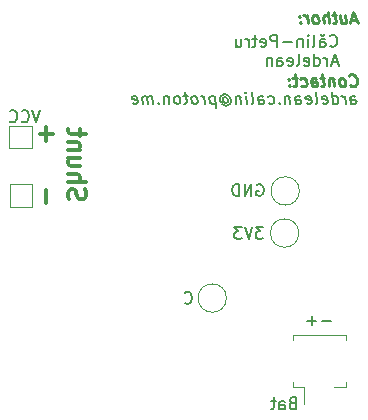
<source format=gbo>
G04 #@! TF.GenerationSoftware,KiCad,Pcbnew,6.0.5-a6ca702e91~116~ubuntu20.04.1*
G04 #@! TF.CreationDate,2022-07-01T20:22:11+00:00*
G04 #@! TF.ProjectId,PlantBuddy,506c616e-7442-4756-9464-792e6b696361,rev?*
G04 #@! TF.SameCoordinates,Original*
G04 #@! TF.FileFunction,Legend,Bot*
G04 #@! TF.FilePolarity,Positive*
%FSLAX46Y46*%
G04 Gerber Fmt 4.6, Leading zero omitted, Abs format (unit mm)*
G04 Created by KiCad (PCBNEW 6.0.5-a6ca702e91~116~ubuntu20.04.1) date 2022-07-01 20:22:11*
%MOMM*%
%LPD*%
G01*
G04 APERTURE LIST*
%ADD10C,0.150000*%
%ADD11C,0.240000*%
%ADD12C,0.300000*%
%ADD13C,0.120000*%
G04 APERTURE END LIST*
D10*
X147525746Y-73209742D02*
X147382889Y-73257361D01*
X147335270Y-73304980D01*
X147287651Y-73400218D01*
X147287651Y-73543075D01*
X147335270Y-73638313D01*
X147382889Y-73685932D01*
X147478127Y-73733551D01*
X147859080Y-73733551D01*
X147859080Y-72733551D01*
X147525746Y-72733551D01*
X147430508Y-72781171D01*
X147382889Y-72828790D01*
X147335270Y-72924028D01*
X147335270Y-73019266D01*
X147382889Y-73114504D01*
X147430508Y-73162123D01*
X147525746Y-73209742D01*
X147859080Y-73209742D01*
X146430508Y-73733551D02*
X146430508Y-73209742D01*
X146478127Y-73114504D01*
X146573365Y-73066885D01*
X146763841Y-73066885D01*
X146859080Y-73114504D01*
X146430508Y-73685932D02*
X146525746Y-73733551D01*
X146763841Y-73733551D01*
X146859080Y-73685932D01*
X146906699Y-73590694D01*
X146906699Y-73495456D01*
X146859080Y-73400218D01*
X146763841Y-73352599D01*
X146525746Y-73352599D01*
X146430508Y-73304980D01*
X146097175Y-73066885D02*
X145716222Y-73066885D01*
X145954318Y-72733551D02*
X145954318Y-73590694D01*
X145906699Y-73685932D01*
X145811460Y-73733551D01*
X145716222Y-73733551D01*
D11*
X152407562Y-46298313D02*
X152461133Y-46345932D01*
X152609943Y-46393551D01*
X152705181Y-46393551D01*
X152842085Y-46345932D01*
X152925419Y-46250694D01*
X152961133Y-46155456D01*
X152984943Y-45964980D01*
X152967085Y-45822123D01*
X152895657Y-45631647D01*
X152836133Y-45536409D01*
X152728990Y-45441171D01*
X152580181Y-45393551D01*
X152484943Y-45393551D01*
X152348038Y-45441171D01*
X152306371Y-45488790D01*
X151848038Y-46393551D02*
X151937324Y-46345932D01*
X151978990Y-46298313D01*
X152014705Y-46203075D01*
X151978990Y-45917361D01*
X151919466Y-45822123D01*
X151865895Y-45774504D01*
X151764705Y-45726885D01*
X151621847Y-45726885D01*
X151532562Y-45774504D01*
X151490895Y-45822123D01*
X151455181Y-45917361D01*
X151490895Y-46203075D01*
X151550419Y-46298313D01*
X151603990Y-46345932D01*
X151705181Y-46393551D01*
X151848038Y-46393551D01*
X151002800Y-45726885D02*
X151086133Y-46393551D01*
X151014705Y-45822123D02*
X150961133Y-45774504D01*
X150859943Y-45726885D01*
X150717085Y-45726885D01*
X150627800Y-45774504D01*
X150592085Y-45869742D01*
X150657562Y-46393551D01*
X150240895Y-45726885D02*
X149859943Y-45726885D01*
X150056371Y-45393551D02*
X150163514Y-46250694D01*
X150127800Y-46345932D01*
X150038514Y-46393551D01*
X149943276Y-46393551D01*
X149181371Y-46393551D02*
X149115895Y-45869742D01*
X149151609Y-45774504D01*
X149240895Y-45726885D01*
X149431371Y-45726885D01*
X149532562Y-45774504D01*
X149175419Y-46345932D02*
X149276609Y-46393551D01*
X149514705Y-46393551D01*
X149603990Y-46345932D01*
X149639705Y-46250694D01*
X149627800Y-46155456D01*
X149568276Y-46060218D01*
X149467085Y-46012599D01*
X149228990Y-46012599D01*
X149127800Y-45964980D01*
X148270657Y-46345932D02*
X148371847Y-46393551D01*
X148562324Y-46393551D01*
X148651609Y-46345932D01*
X148693276Y-46298313D01*
X148728990Y-46203075D01*
X148693276Y-45917361D01*
X148633752Y-45822123D01*
X148580181Y-45774504D01*
X148478990Y-45726885D01*
X148288514Y-45726885D01*
X148199228Y-45774504D01*
X147907562Y-45726885D02*
X147526609Y-45726885D01*
X147723038Y-45393551D02*
X147830181Y-46250694D01*
X147794466Y-46345932D01*
X147705181Y-46393551D01*
X147609943Y-46393551D01*
X147264705Y-46298313D02*
X147223038Y-46345932D01*
X147276609Y-46393551D01*
X147318276Y-46345932D01*
X147264705Y-46298313D01*
X147276609Y-46393551D01*
X147199228Y-45774504D02*
X147157562Y-45822123D01*
X147211133Y-45869742D01*
X147252800Y-45822123D01*
X147199228Y-45774504D01*
X147211133Y-45869742D01*
D10*
X152497562Y-47903551D02*
X152432085Y-47379742D01*
X152467800Y-47284504D01*
X152557085Y-47236885D01*
X152747562Y-47236885D01*
X152848752Y-47284504D01*
X152491609Y-47855932D02*
X152592800Y-47903551D01*
X152830895Y-47903551D01*
X152920181Y-47855932D01*
X152955895Y-47760694D01*
X152943990Y-47665456D01*
X152884466Y-47570218D01*
X152783276Y-47522599D01*
X152545181Y-47522599D01*
X152443990Y-47474980D01*
X152021371Y-47903551D02*
X151938038Y-47236885D01*
X151961847Y-47427361D02*
X151902324Y-47332123D01*
X151848752Y-47284504D01*
X151747562Y-47236885D01*
X151652324Y-47236885D01*
X150973752Y-47903551D02*
X150848752Y-46903551D01*
X150967800Y-47855932D02*
X151068990Y-47903551D01*
X151259466Y-47903551D01*
X151348752Y-47855932D01*
X151390419Y-47808313D01*
X151426133Y-47713075D01*
X151390419Y-47427361D01*
X151330895Y-47332123D01*
X151277324Y-47284504D01*
X151176133Y-47236885D01*
X150985657Y-47236885D01*
X150896371Y-47284504D01*
X150110657Y-47855932D02*
X150211847Y-47903551D01*
X150402324Y-47903551D01*
X150491609Y-47855932D01*
X150527324Y-47760694D01*
X150479705Y-47379742D01*
X150420181Y-47284504D01*
X150318990Y-47236885D01*
X150128514Y-47236885D01*
X150039228Y-47284504D01*
X150003514Y-47379742D01*
X150015419Y-47474980D01*
X150503514Y-47570218D01*
X149497562Y-47903551D02*
X149586847Y-47855932D01*
X149622562Y-47760694D01*
X149515419Y-46903551D01*
X148729705Y-47855932D02*
X148830895Y-47903551D01*
X149021371Y-47903551D01*
X149110657Y-47855932D01*
X149146371Y-47760694D01*
X149098752Y-47379742D01*
X149039228Y-47284504D01*
X148938038Y-47236885D01*
X148747562Y-47236885D01*
X148658276Y-47284504D01*
X148622562Y-47379742D01*
X148634466Y-47474980D01*
X149122562Y-47570218D01*
X147830895Y-47903551D02*
X147765419Y-47379742D01*
X147801133Y-47284504D01*
X147890419Y-47236885D01*
X148080895Y-47236885D01*
X148182085Y-47284504D01*
X147824943Y-47855932D02*
X147926133Y-47903551D01*
X148164228Y-47903551D01*
X148253514Y-47855932D01*
X148289228Y-47760694D01*
X148277324Y-47665456D01*
X148217800Y-47570218D01*
X148116609Y-47522599D01*
X147878514Y-47522599D01*
X147777324Y-47474980D01*
X147271371Y-47236885D02*
X147354705Y-47903551D01*
X147283276Y-47332123D02*
X147229705Y-47284504D01*
X147128514Y-47236885D01*
X146985657Y-47236885D01*
X146896371Y-47284504D01*
X146860657Y-47379742D01*
X146926133Y-47903551D01*
X146438038Y-47808313D02*
X146396371Y-47855932D01*
X146449943Y-47903551D01*
X146491609Y-47855932D01*
X146438038Y-47808313D01*
X146449943Y-47903551D01*
X145539228Y-47855932D02*
X145640419Y-47903551D01*
X145830895Y-47903551D01*
X145920181Y-47855932D01*
X145961847Y-47808313D01*
X145997562Y-47713075D01*
X145961847Y-47427361D01*
X145902324Y-47332123D01*
X145848752Y-47284504D01*
X145747562Y-47236885D01*
X145557085Y-47236885D01*
X145467800Y-47284504D01*
X144688038Y-47903551D02*
X144622562Y-47379742D01*
X144658276Y-47284504D01*
X144747562Y-47236885D01*
X144938038Y-47236885D01*
X145039228Y-47284504D01*
X144682085Y-47855932D02*
X144783276Y-47903551D01*
X145021371Y-47903551D01*
X145110657Y-47855932D01*
X145146371Y-47760694D01*
X145134466Y-47665456D01*
X145074943Y-47570218D01*
X144973752Y-47522599D01*
X144735657Y-47522599D01*
X144634466Y-47474980D01*
X144068990Y-47903551D02*
X144158276Y-47855932D01*
X144193990Y-47760694D01*
X144086847Y-46903551D01*
X143688038Y-47903551D02*
X143604705Y-47236885D01*
X143563038Y-46903551D02*
X143616609Y-46951171D01*
X143574943Y-46998790D01*
X143521371Y-46951171D01*
X143563038Y-46903551D01*
X143574943Y-46998790D01*
X143128514Y-47236885D02*
X143211847Y-47903551D01*
X143140419Y-47332123D02*
X143086847Y-47284504D01*
X142985657Y-47236885D01*
X142842800Y-47236885D01*
X142753514Y-47284504D01*
X142717800Y-47379742D01*
X142783276Y-47903551D01*
X141628514Y-47427361D02*
X141670181Y-47379742D01*
X141759466Y-47332123D01*
X141854705Y-47332123D01*
X141955895Y-47379742D01*
X142009466Y-47427361D01*
X142068990Y-47522599D01*
X142080895Y-47617837D01*
X142045181Y-47713075D01*
X142003514Y-47760694D01*
X141914228Y-47808313D01*
X141818990Y-47808313D01*
X141717800Y-47760694D01*
X141664228Y-47713075D01*
X141616609Y-47332123D02*
X141664228Y-47713075D01*
X141622562Y-47760694D01*
X141574943Y-47760694D01*
X141473752Y-47713075D01*
X141414228Y-47617837D01*
X141384466Y-47379742D01*
X141461847Y-47236885D01*
X141592800Y-47141647D01*
X141777324Y-47094028D01*
X141973752Y-47141647D01*
X142128514Y-47236885D01*
X142241609Y-47379742D01*
X142313038Y-47570218D01*
X142289228Y-47760694D01*
X142211847Y-47903551D01*
X142080895Y-47998790D01*
X141896371Y-48046409D01*
X141699943Y-47998790D01*
X141545181Y-47903551D01*
X140938038Y-47236885D02*
X141063038Y-48236885D01*
X140943990Y-47284504D02*
X140842800Y-47236885D01*
X140652324Y-47236885D01*
X140563038Y-47284504D01*
X140521371Y-47332123D01*
X140485657Y-47427361D01*
X140521371Y-47713075D01*
X140580895Y-47808313D01*
X140634466Y-47855932D01*
X140735657Y-47903551D01*
X140926133Y-47903551D01*
X141015419Y-47855932D01*
X140116609Y-47903551D02*
X140033276Y-47236885D01*
X140057085Y-47427361D02*
X139997562Y-47332123D01*
X139943990Y-47284504D01*
X139842800Y-47236885D01*
X139747562Y-47236885D01*
X139354705Y-47903551D02*
X139443990Y-47855932D01*
X139485657Y-47808313D01*
X139521371Y-47713075D01*
X139485657Y-47427361D01*
X139426133Y-47332123D01*
X139372562Y-47284504D01*
X139271371Y-47236885D01*
X139128514Y-47236885D01*
X139039228Y-47284504D01*
X138997562Y-47332123D01*
X138961847Y-47427361D01*
X138997562Y-47713075D01*
X139057085Y-47808313D01*
X139110657Y-47855932D01*
X139211847Y-47903551D01*
X139354705Y-47903551D01*
X138652324Y-47236885D02*
X138271371Y-47236885D01*
X138467800Y-46903551D02*
X138574943Y-47760694D01*
X138539228Y-47855932D01*
X138449943Y-47903551D01*
X138354705Y-47903551D01*
X137878514Y-47903551D02*
X137967800Y-47855932D01*
X138009466Y-47808313D01*
X138045181Y-47713075D01*
X138009466Y-47427361D01*
X137949943Y-47332123D01*
X137896371Y-47284504D01*
X137795181Y-47236885D01*
X137652324Y-47236885D01*
X137563038Y-47284504D01*
X137521371Y-47332123D01*
X137485657Y-47427361D01*
X137521371Y-47713075D01*
X137580895Y-47808313D01*
X137634466Y-47855932D01*
X137735657Y-47903551D01*
X137878514Y-47903551D01*
X137033276Y-47236885D02*
X137116609Y-47903551D01*
X137045181Y-47332123D02*
X136991609Y-47284504D01*
X136890419Y-47236885D01*
X136747562Y-47236885D01*
X136658276Y-47284504D01*
X136622562Y-47379742D01*
X136688038Y-47903551D01*
X136199943Y-47808313D02*
X136158276Y-47855932D01*
X136211847Y-47903551D01*
X136253514Y-47855932D01*
X136199943Y-47808313D01*
X136211847Y-47903551D01*
X135735657Y-47903551D02*
X135652324Y-47236885D01*
X135664228Y-47332123D02*
X135610657Y-47284504D01*
X135509466Y-47236885D01*
X135366609Y-47236885D01*
X135277324Y-47284504D01*
X135241609Y-47379742D01*
X135307085Y-47903551D01*
X135241609Y-47379742D02*
X135182085Y-47284504D01*
X135080895Y-47236885D01*
X134938038Y-47236885D01*
X134848752Y-47284504D01*
X134813038Y-47379742D01*
X134878514Y-47903551D01*
X134015419Y-47855932D02*
X134116609Y-47903551D01*
X134307085Y-47903551D01*
X134396371Y-47855932D01*
X134432085Y-47760694D01*
X134384466Y-47379742D01*
X134324943Y-47284504D01*
X134223752Y-47236885D01*
X134033276Y-47236885D01*
X133943990Y-47284504D01*
X133908276Y-47379742D01*
X133920181Y-47474980D01*
X134408276Y-47570218D01*
X144520984Y-54731171D02*
X144616222Y-54683551D01*
X144759080Y-54683551D01*
X144901937Y-54731171D01*
X144997175Y-54826409D01*
X145044794Y-54921647D01*
X145092413Y-55112123D01*
X145092413Y-55254980D01*
X145044794Y-55445456D01*
X144997175Y-55540694D01*
X144901937Y-55635932D01*
X144759080Y-55683551D01*
X144663841Y-55683551D01*
X144520984Y-55635932D01*
X144473365Y-55588313D01*
X144473365Y-55254980D01*
X144663841Y-55254980D01*
X144044794Y-55683551D02*
X144044794Y-54683551D01*
X143473365Y-55683551D01*
X143473365Y-54683551D01*
X142997175Y-55683551D02*
X142997175Y-54683551D01*
X142759080Y-54683551D01*
X142616222Y-54731171D01*
X142520984Y-54826409D01*
X142473365Y-54921647D01*
X142425746Y-55112123D01*
X142425746Y-55254980D01*
X142473365Y-55445456D01*
X142520984Y-55540694D01*
X142616222Y-55635932D01*
X142759080Y-55683551D01*
X142997175Y-55683551D01*
X150712056Y-42953313D02*
X150759675Y-43000932D01*
X150902532Y-43048551D01*
X150997770Y-43048551D01*
X151140627Y-43000932D01*
X151235865Y-42905694D01*
X151283484Y-42810456D01*
X151331103Y-42619980D01*
X151331103Y-42477123D01*
X151283484Y-42286647D01*
X151235865Y-42191409D01*
X151140627Y-42096171D01*
X150997770Y-42048551D01*
X150902532Y-42048551D01*
X150759675Y-42096171D01*
X150712056Y-42143790D01*
X149854913Y-43048551D02*
X149854913Y-42524742D01*
X149902532Y-42429504D01*
X149997770Y-42381885D01*
X150188246Y-42381885D01*
X150283484Y-42429504D01*
X149854913Y-43000932D02*
X149950151Y-43048551D01*
X150188246Y-43048551D01*
X150283484Y-43000932D01*
X150331103Y-42905694D01*
X150331103Y-42810456D01*
X150283484Y-42715218D01*
X150188246Y-42667599D01*
X149950151Y-42667599D01*
X149854913Y-42619980D01*
X150283484Y-42000932D02*
X150235865Y-42096171D01*
X150140627Y-42143790D01*
X150045389Y-42143790D01*
X149950151Y-42096171D01*
X149902532Y-42000932D01*
X149235865Y-43048551D02*
X149331103Y-43000932D01*
X149378722Y-42905694D01*
X149378722Y-42048551D01*
X148854913Y-43048551D02*
X148854913Y-42381885D01*
X148854913Y-42048551D02*
X148902532Y-42096171D01*
X148854913Y-42143790D01*
X148807294Y-42096171D01*
X148854913Y-42048551D01*
X148854913Y-42143790D01*
X148378722Y-42381885D02*
X148378722Y-43048551D01*
X148378722Y-42477123D02*
X148331103Y-42429504D01*
X148235865Y-42381885D01*
X148093008Y-42381885D01*
X147997770Y-42429504D01*
X147950151Y-42524742D01*
X147950151Y-43048551D01*
X147473960Y-42667599D02*
X146712056Y-42667599D01*
X146235865Y-43048551D02*
X146235865Y-42048551D01*
X145854913Y-42048551D01*
X145759675Y-42096171D01*
X145712056Y-42143790D01*
X145664437Y-42239028D01*
X145664437Y-42381885D01*
X145712056Y-42477123D01*
X145759675Y-42524742D01*
X145854913Y-42572361D01*
X146235865Y-42572361D01*
X144854913Y-43000932D02*
X144950151Y-43048551D01*
X145140627Y-43048551D01*
X145235865Y-43000932D01*
X145283484Y-42905694D01*
X145283484Y-42524742D01*
X145235865Y-42429504D01*
X145140627Y-42381885D01*
X144950151Y-42381885D01*
X144854913Y-42429504D01*
X144807294Y-42524742D01*
X144807294Y-42619980D01*
X145283484Y-42715218D01*
X144521580Y-42381885D02*
X144140627Y-42381885D01*
X144378722Y-42048551D02*
X144378722Y-42905694D01*
X144331103Y-43000932D01*
X144235865Y-43048551D01*
X144140627Y-43048551D01*
X143807294Y-43048551D02*
X143807294Y-42381885D01*
X143807294Y-42572361D02*
X143759675Y-42477123D01*
X143712056Y-42429504D01*
X143616818Y-42381885D01*
X143521580Y-42381885D01*
X142759675Y-42381885D02*
X142759675Y-43048551D01*
X143188246Y-42381885D02*
X143188246Y-42905694D01*
X143140627Y-43000932D01*
X143045389Y-43048551D01*
X142902532Y-43048551D01*
X142807294Y-43000932D01*
X142759675Y-42953313D01*
X151331103Y-44372837D02*
X150854913Y-44372837D01*
X151426341Y-44658551D02*
X151093008Y-43658551D01*
X150759675Y-44658551D01*
X150426341Y-44658551D02*
X150426341Y-43991885D01*
X150426341Y-44182361D02*
X150378722Y-44087123D01*
X150331103Y-44039504D01*
X150235865Y-43991885D01*
X150140627Y-43991885D01*
X149378722Y-44658551D02*
X149378722Y-43658551D01*
X149378722Y-44610932D02*
X149473960Y-44658551D01*
X149664437Y-44658551D01*
X149759675Y-44610932D01*
X149807294Y-44563313D01*
X149854913Y-44468075D01*
X149854913Y-44182361D01*
X149807294Y-44087123D01*
X149759675Y-44039504D01*
X149664437Y-43991885D01*
X149473960Y-43991885D01*
X149378722Y-44039504D01*
X148521580Y-44610932D02*
X148616818Y-44658551D01*
X148807294Y-44658551D01*
X148902532Y-44610932D01*
X148950151Y-44515694D01*
X148950151Y-44134742D01*
X148902532Y-44039504D01*
X148807294Y-43991885D01*
X148616818Y-43991885D01*
X148521580Y-44039504D01*
X148473960Y-44134742D01*
X148473960Y-44229980D01*
X148950151Y-44325218D01*
X147902532Y-44658551D02*
X147997770Y-44610932D01*
X148045389Y-44515694D01*
X148045389Y-43658551D01*
X147140627Y-44610932D02*
X147235865Y-44658551D01*
X147426341Y-44658551D01*
X147521580Y-44610932D01*
X147569199Y-44515694D01*
X147569199Y-44134742D01*
X147521580Y-44039504D01*
X147426341Y-43991885D01*
X147235865Y-43991885D01*
X147140627Y-44039504D01*
X147093008Y-44134742D01*
X147093008Y-44229980D01*
X147569199Y-44325218D01*
X146235865Y-44658551D02*
X146235865Y-44134742D01*
X146283484Y-44039504D01*
X146378722Y-43991885D01*
X146569199Y-43991885D01*
X146664437Y-44039504D01*
X146235865Y-44610932D02*
X146331103Y-44658551D01*
X146569199Y-44658551D01*
X146664437Y-44610932D01*
X146712056Y-44515694D01*
X146712056Y-44420456D01*
X146664437Y-44325218D01*
X146569199Y-44277599D01*
X146331103Y-44277599D01*
X146235865Y-44229980D01*
X145759675Y-43991885D02*
X145759675Y-44658551D01*
X145759675Y-44087123D02*
X145712056Y-44039504D01*
X145616818Y-43991885D01*
X145473960Y-43991885D01*
X145378722Y-44039504D01*
X145331103Y-44134742D01*
X145331103Y-44658551D01*
X148793080Y-66264742D02*
X149554984Y-66264742D01*
X149174032Y-65883790D02*
X149174032Y-66645694D01*
X150031175Y-66264742D02*
X150793080Y-66264742D01*
D11*
X152970937Y-40787837D02*
X152494746Y-40787837D01*
X153101889Y-41073551D02*
X152643556Y-40073551D01*
X152435222Y-41073551D01*
X151589984Y-40406885D02*
X151673318Y-41073551D01*
X152018556Y-40406885D02*
X152084032Y-40930694D01*
X152048318Y-41025932D01*
X151959032Y-41073551D01*
X151816175Y-41073551D01*
X151714984Y-41025932D01*
X151661413Y-40978313D01*
X151256651Y-40406885D02*
X150875699Y-40406885D01*
X151072127Y-40073551D02*
X151179270Y-40930694D01*
X151143556Y-41025932D01*
X151054270Y-41073551D01*
X150959032Y-41073551D01*
X150625699Y-41073551D02*
X150500699Y-40073551D01*
X150197127Y-41073551D02*
X150131651Y-40549742D01*
X150167365Y-40454504D01*
X150256651Y-40406885D01*
X150399508Y-40406885D01*
X150500699Y-40454504D01*
X150554270Y-40502123D01*
X149578080Y-41073551D02*
X149667365Y-41025932D01*
X149709032Y-40978313D01*
X149744746Y-40883075D01*
X149709032Y-40597361D01*
X149649508Y-40502123D01*
X149595937Y-40454504D01*
X149494746Y-40406885D01*
X149351889Y-40406885D01*
X149262603Y-40454504D01*
X149220937Y-40502123D01*
X149185222Y-40597361D01*
X149220937Y-40883075D01*
X149280460Y-40978313D01*
X149334032Y-41025932D01*
X149435222Y-41073551D01*
X149578080Y-41073551D01*
X148816175Y-41073551D02*
X148732841Y-40406885D01*
X148756651Y-40597361D02*
X148697127Y-40502123D01*
X148643556Y-40454504D01*
X148542365Y-40406885D01*
X148447127Y-40406885D01*
X148185222Y-40978313D02*
X148143556Y-41025932D01*
X148197127Y-41073551D01*
X148238794Y-41025932D01*
X148185222Y-40978313D01*
X148197127Y-41073551D01*
X148119746Y-40454504D02*
X148078080Y-40502123D01*
X148131651Y-40549742D01*
X148173318Y-40502123D01*
X148119746Y-40454504D01*
X148131651Y-40549742D01*
D10*
X138389556Y-64708313D02*
X138437175Y-64755932D01*
X138580032Y-64803551D01*
X138675270Y-64803551D01*
X138818127Y-64755932D01*
X138913365Y-64660694D01*
X138960984Y-64565456D01*
X139008603Y-64374980D01*
X139008603Y-64232123D01*
X138960984Y-64041647D01*
X138913365Y-63946409D01*
X138818127Y-63851171D01*
X138675270Y-63803551D01*
X138580032Y-63803551D01*
X138437175Y-63851171D01*
X138389556Y-63898790D01*
X126172413Y-48433551D02*
X125839080Y-49433551D01*
X125505746Y-48433551D01*
X124600984Y-49338313D02*
X124648603Y-49385932D01*
X124791460Y-49433551D01*
X124886699Y-49433551D01*
X125029556Y-49385932D01*
X125124794Y-49290694D01*
X125172413Y-49195456D01*
X125220032Y-49004980D01*
X125220032Y-48862123D01*
X125172413Y-48671647D01*
X125124794Y-48576409D01*
X125029556Y-48481171D01*
X124886699Y-48433551D01*
X124791460Y-48433551D01*
X124648603Y-48481171D01*
X124600984Y-48528790D01*
X123600984Y-49338313D02*
X123648603Y-49385932D01*
X123791460Y-49433551D01*
X123886699Y-49433551D01*
X124029556Y-49385932D01*
X124124794Y-49290694D01*
X124172413Y-49195456D01*
X124220032Y-49004980D01*
X124220032Y-48862123D01*
X124172413Y-48671647D01*
X124124794Y-48576409D01*
X124029556Y-48481171D01*
X123886699Y-48433551D01*
X123791460Y-48433551D01*
X123648603Y-48481171D01*
X123600984Y-48528790D01*
X145047175Y-58313551D02*
X144428127Y-58313551D01*
X144761460Y-58694504D01*
X144618603Y-58694504D01*
X144523365Y-58742123D01*
X144475746Y-58789742D01*
X144428127Y-58884980D01*
X144428127Y-59123075D01*
X144475746Y-59218313D01*
X144523365Y-59265932D01*
X144618603Y-59313551D01*
X144904318Y-59313551D01*
X144999556Y-59265932D01*
X145047175Y-59218313D01*
X144142413Y-58313551D02*
X143809080Y-59313551D01*
X143475746Y-58313551D01*
X143237651Y-58313551D02*
X142618603Y-58313551D01*
X142951937Y-58694504D01*
X142809080Y-58694504D01*
X142713841Y-58742123D01*
X142666222Y-58789742D01*
X142618603Y-58884980D01*
X142618603Y-59123075D01*
X142666222Y-59218313D01*
X142713841Y-59265932D01*
X142809080Y-59313551D01*
X143094794Y-59313551D01*
X143190032Y-59265932D01*
X143237651Y-59218313D01*
D12*
X128599437Y-55974028D02*
X128528008Y-55759742D01*
X128528008Y-55402599D01*
X128599437Y-55259742D01*
X128670865Y-55188313D01*
X128813722Y-55116885D01*
X128956580Y-55116885D01*
X129099437Y-55188313D01*
X129170865Y-55259742D01*
X129242294Y-55402599D01*
X129313722Y-55688313D01*
X129385151Y-55831171D01*
X129456580Y-55902599D01*
X129599437Y-55974028D01*
X129742294Y-55974028D01*
X129885151Y-55902599D01*
X129956580Y-55831171D01*
X130028008Y-55688313D01*
X130028008Y-55331171D01*
X129956580Y-55116885D01*
X128528008Y-54474028D02*
X130028008Y-54474028D01*
X128528008Y-53831171D02*
X129313722Y-53831171D01*
X129456580Y-53902599D01*
X129528008Y-54045456D01*
X129528008Y-54259742D01*
X129456580Y-54402599D01*
X129385151Y-54474028D01*
X129528008Y-52474028D02*
X128528008Y-52474028D01*
X129528008Y-53116885D02*
X128742294Y-53116885D01*
X128599437Y-53045456D01*
X128528008Y-52902599D01*
X128528008Y-52688313D01*
X128599437Y-52545456D01*
X128670865Y-52474028D01*
X129528008Y-51759742D02*
X128528008Y-51759742D01*
X129385151Y-51759742D02*
X129456580Y-51688313D01*
X129528008Y-51545456D01*
X129528008Y-51331171D01*
X129456580Y-51188313D01*
X129313722Y-51116885D01*
X128528008Y-51116885D01*
X129528008Y-50616885D02*
X129528008Y-50045456D01*
X130028008Y-50402599D02*
X128742294Y-50402599D01*
X128599437Y-50331171D01*
X128528008Y-50188313D01*
X128528008Y-50045456D01*
X126684437Y-56295456D02*
X126684437Y-55152599D01*
X126684437Y-51009742D02*
X126684437Y-49866885D01*
X126113008Y-50438313D02*
X127255865Y-50438313D01*
D13*
G04 #@! TO.C,TP2*
X148109080Y-55261171D02*
G75*
G03*
X148109080Y-55261171I-1200000J0D01*
G01*
G04 #@! TO.C,TP1*
X148059080Y-58831171D02*
G75*
G03*
X148059080Y-58831171I-1200000J0D01*
G01*
G04 #@! TO.C,J2*
X123579080Y-54711171D02*
X123579080Y-56611171D01*
X125479080Y-56611171D02*
X125479080Y-54711171D01*
X125479080Y-54711171D02*
X123579080Y-54711171D01*
X123579080Y-56611171D02*
X125479080Y-56611171D01*
G04 #@! TO.C,J3*
X125470080Y-49765171D02*
X123570080Y-49765171D01*
X125470080Y-51665171D02*
X125470080Y-49765171D01*
X123570080Y-51665171D02*
X125470080Y-51665171D01*
X123570080Y-49765171D02*
X123570080Y-51665171D01*
G04 #@! TO.C,BT1*
X147558080Y-67428171D02*
X152028080Y-67428171D01*
X152028080Y-71398171D02*
X152028080Y-71848171D01*
X152028080Y-71848171D02*
X151078080Y-71848171D01*
X147558080Y-71848171D02*
X148508080Y-71848171D01*
X152028080Y-67428171D02*
X152028080Y-67878171D01*
X148508080Y-71848171D02*
X148508080Y-73338171D01*
X147558080Y-71398171D02*
X147558080Y-71848171D01*
X147558080Y-67878171D02*
X147558080Y-67428171D01*
G04 #@! TO.C,TP3*
X141939080Y-64331171D02*
G75*
G03*
X141939080Y-64331171I-1200000J0D01*
G01*
G04 #@! TD*
M02*

</source>
